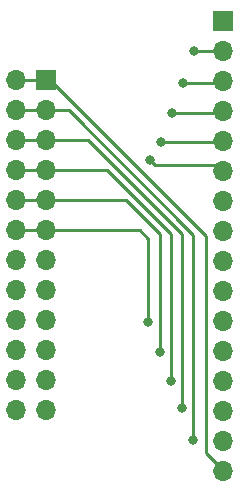
<source format=gbr>
G04 #@! TF.GenerationSoftware,KiCad,Pcbnew,(5.1.2-1)-1*
G04 #@! TF.CreationDate,2020-02-14T00:00:27-08:00*
G04 #@! TF.ProjectId,LCD,4c43442e-6b69-4636-9164-5f7063625858,rev?*
G04 #@! TF.SameCoordinates,Original*
G04 #@! TF.FileFunction,Copper,L1,Top*
G04 #@! TF.FilePolarity,Positive*
%FSLAX46Y46*%
G04 Gerber Fmt 4.6, Leading zero omitted, Abs format (unit mm)*
G04 Created by KiCad (PCBNEW (5.1.2-1)-1) date 2020-02-14 00:00:27*
%MOMM*%
%LPD*%
G04 APERTURE LIST*
%ADD10O,1.700000X1.700000*%
%ADD11R,1.700000X1.700000*%
%ADD12C,0.800000*%
%ADD13C,0.254000*%
G04 APERTURE END LIST*
D10*
X35000000Y-53100000D03*
X35000000Y-50560000D03*
X35000000Y-48020000D03*
X35000000Y-45480000D03*
X35000000Y-42940000D03*
X35000000Y-40400000D03*
X35000000Y-37860000D03*
X35000000Y-35320000D03*
X35000000Y-32780000D03*
X35000000Y-30240000D03*
X35000000Y-27700000D03*
X35000000Y-25160000D03*
X35000000Y-22620000D03*
X35000000Y-20080000D03*
X35000000Y-17540000D03*
D11*
X35000000Y-15000000D03*
D10*
X17460000Y-47940000D03*
X20000000Y-47940000D03*
X17460000Y-45400000D03*
X20000000Y-45400000D03*
X17460000Y-42860000D03*
X20000000Y-42860000D03*
X17460000Y-40320000D03*
X20000000Y-40320000D03*
X17460000Y-37780000D03*
X20000000Y-37780000D03*
X17460000Y-35240000D03*
X20000000Y-35240000D03*
X17460000Y-32700000D03*
X20000000Y-32700000D03*
X17460000Y-30160000D03*
X20000000Y-30160000D03*
X17460000Y-27620000D03*
X20000000Y-27620000D03*
X17460000Y-25080000D03*
X20000000Y-25080000D03*
X17460000Y-22540000D03*
X20000000Y-22540000D03*
X17460000Y-20000000D03*
D11*
X20000000Y-20000000D03*
D12*
X32566600Y-17500000D03*
X31633200Y-20250000D03*
X30699800Y-22750000D03*
X29766400Y-25250000D03*
X28833000Y-26752342D03*
X28699800Y-40500000D03*
X29633200Y-43000000D03*
X30566600Y-45500000D03*
X31500000Y-47750000D03*
X32500000Y-50500000D03*
D13*
X32566600Y-17500000D02*
X35250000Y-17500000D01*
X31633200Y-20250000D02*
X35000000Y-20250000D01*
X35000000Y-20250000D02*
X35250000Y-20000000D01*
X30699800Y-22750000D02*
X34750000Y-22750000D01*
X34750000Y-22750000D02*
X35000000Y-22500000D01*
X29766400Y-25250000D02*
X35000000Y-25250000D01*
X29232999Y-27152341D02*
X34402341Y-27152341D01*
X28833000Y-26752342D02*
X29232999Y-27152341D01*
X34402341Y-27152341D02*
X35000000Y-27750000D01*
X28699800Y-33449800D02*
X28699800Y-40500000D01*
X27950000Y-32700000D02*
X28699800Y-33449800D01*
X17460000Y-32700000D02*
X27950000Y-32700000D01*
X17460000Y-30160000D02*
X26792080Y-30160000D01*
X29633200Y-33001120D02*
X29633200Y-43000000D01*
X26792080Y-30160000D02*
X29633200Y-33001120D01*
X17460000Y-27620000D02*
X25186040Y-27620000D01*
X30566600Y-33000560D02*
X30566600Y-45500000D01*
X25186040Y-27620000D02*
X30566600Y-33000560D01*
X31500000Y-33000000D02*
X31500000Y-47184315D01*
X23580000Y-25080000D02*
X31500000Y-33000000D01*
X17460000Y-25080000D02*
X23580000Y-25080000D01*
X31500000Y-47184315D02*
X31500000Y-47750000D01*
X32500000Y-33066038D02*
X32500000Y-49934315D01*
X17460000Y-22540000D02*
X21973962Y-22540000D01*
X21973962Y-22540000D02*
X32500000Y-33066038D01*
X32500000Y-49934315D02*
X32500000Y-50500000D01*
X17460000Y-20000000D02*
X20367924Y-20000000D01*
X20367924Y-20000000D02*
X33570820Y-33202896D01*
X33570820Y-51570820D02*
X35000000Y-53000000D01*
X33570820Y-33202896D02*
X33570820Y-51570820D01*
M02*

</source>
